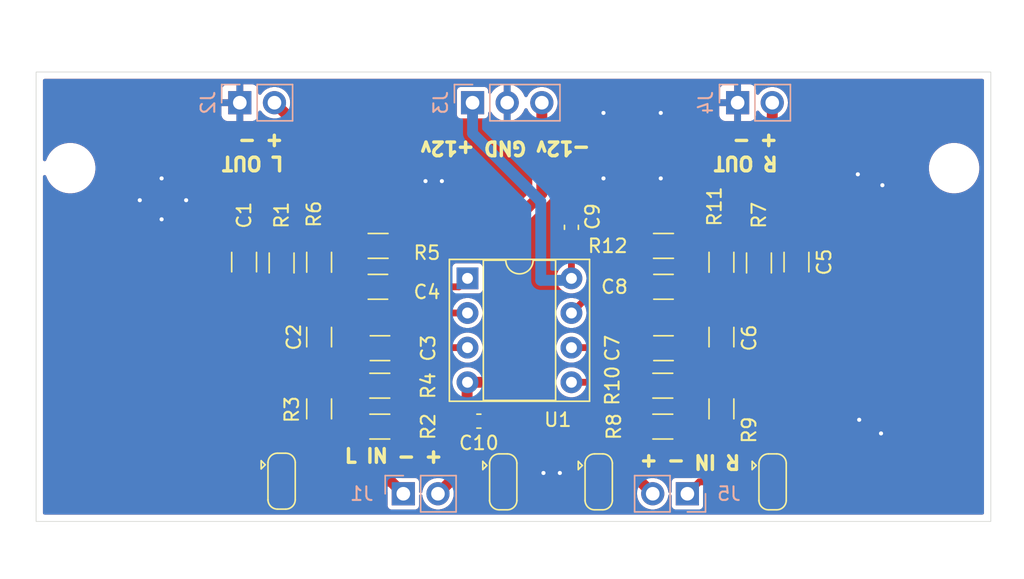
<source format=kicad_pcb>
(kicad_pcb (version 20240108) (generator "pcbnew") (generator_version "8.0")
  (layers (0 "F.Cu" signal) (31 "B.Cu" signal) (34 "B.Paste" user) (35 "F.Paste" user) (36 "B.SilkS" user "B.Silkscreen") (37 "F.SilkS" user "F.Silkscreen") (38 "B.Mask" user) (39 "F.Mask" user) (44 "Edge.Cuts" user))
  (net 0 "")
  (net 1 "GND")
  (net 2 "Net-(C1-Pad1)")
  (net 3 "Net-(C2-Pad1)")
  (net 4 "Net-(U1A-+)")
  (net 5 "/L_OUT")
  (net 6 "Net-(U1A--)")
  (net 7 "Net-(C5-Pad1)")
  (net 8 "Net-(C6-Pad1)")
  (net 9 "/R_OUT")
  (net 10 "Net-(U1B-+)")
  (net 11 "-12V")
  (net 12 "Net-(U1B--)")
  (net 13 "+12V")
  (net 14 "Net-(J1-Pin_2)")
  (net 15 "Net-(J1-Pin_1)")
  (net 16 "Net-(J5-Pin_2)")
  (net 17 "Net-(J5-Pin_1)")
  (net 18 "Net-(JP1-A)")
  (net 19 "Net-(JP2-A)")
  (net 20 "Net-(JP3-A)")
  (net 21 "Net-(JP4-A)")
  (footprint "Resistor_SMD:R_1206_3216Metric_Pad1.30x1.75mm_HandSolder" (layer "F.Cu") (at 163.49 56.355 90)
    (property "Reference" "R7" (at 3.5 0 90) (layer "F.SilkS"))
    (property "Value" "300")
    (fp_line (start -0.727064 -0.91) (end 0.727064 -0.91) (stroke (width 0.12)) (layer "F.SilkS"))
    (fp_line (start -0.727064 0.91) (end 0.727064 0.91) (stroke (width 0.12)) (layer "F.SilkS"))
    (pad "1" smd roundrect (at -1.55 0 90) (size 1.3 1.75) (layers "F.Cu" "F.Paste" "F.Mask") (roundrect_rratio 0.192308) (net 20 "Net-(JP3-A)"))
    (pad "2" smd roundrect (at 1.55 0 90) (size 1.3 1.75) (layers "F.Cu" "F.Paste" "F.Mask") (roundrect_rratio 0.192308) (net 7 "Net-(C5-Pad1)"))
  )
  (footprint "Capacitor_SMD:C_1206_3216Metric_Pad1.33x1.80mm_HandSolder" (layer "F.Cu") (at 160.74 61.7925 90)
    (property "Reference" "C6" (at -0.0625 2.032 90) (layer "F.SilkS"))
    (property "Value" "130n")
    (fp_line (start -0.711252 -0.91) (end 0.711252 -0.91) (stroke (width 0.12)) (layer "F.SilkS"))
    (fp_line (start -0.711252 0.91) (end 0.711252 0.91) (stroke (width 0.12)) (layer "F.SilkS"))
    (pad "1" smd roundrect (at -1.5625 0 90) (size 1.325 1.8) (layers "F.Cu" "F.Paste" "F.Mask") (roundrect_rratio 0.188679) (net 8 "Net-(C6-Pad1)"))
    (pad "2" smd roundrect (at 1.5625 0 90) (size 1.325 1.8) (layers "F.Cu" "F.Paste" "F.Mask") (roundrect_rratio 0.188679) (net 1 "GND"))
  )
  (footprint "Jumper:SolderJumper-3_P1.3mm_Bridged2Bar12_RoundedPad1.0x1.5mm" (layer "F.Cu") (at 164.49 72.405 -90)
    (property "Reference" "JP3" (hide yes))
    (property "Value" "~")
    (fp_poly (pts (xy -0.9 0.2) (xy -0.4 0.2) (xy -0.4 0.6) (xy -0.9 0.6)) (fill solid) (layer "F.Cu"))
    (fp_poly (pts (xy -0.9 -0.6) (xy -0.4 -0.6) (xy -0.4 -0.2) (xy -0.9 -0.2)) (fill solid) (layer "F.Cu"))
    (fp_line (start -1.5 1.5) (end -0.9 1.5) (stroke (width 0.12)) (layer "F.SilkS"))
    (fp_line (start -1.2 1.2) (end -1.5 1.5) (stroke (width 0.12)) (layer "F.SilkS"))
    (fp_line (start -1.2 1.2) (end -0.9 1.5) (stroke (width 0.12)) (layer "F.SilkS"))
    (fp_line (start 1.4 1) (end -1.4 1) (stroke (width 0.12)) (layer "F.SilkS"))
    (fp_line (start -2.05 0.3) (end -2.05 -0.3) (stroke (width 0.12)) (layer "F.SilkS"))
    (fp_line (start 2.05 -0.3) (end 2.05 0.3) (stroke (width 0.12)) (layer "F.SilkS"))
    (fp_line (start -1.4 -1) (end 1.4 -1) (stroke (width 0.12)) (layer "F.SilkS"))
    (fp_arc (start -1.35 1) (mid -1.844975 0.794975) (end -2.05 0.3) (stroke (width 0.12)) (layer "F.SilkS"))
    (fp_arc (start 2.05 0.3) (mid 1.844975 0.794975) (end 1.35 1) (stroke (width 0.12)) (layer "F.SilkS"))
    (fp_arc (start -2.05 -0.3) (mid -1.844975 -0.794975) (end -1.35 -1) (stroke (width 0.12)) (layer "F.SilkS"))
    (fp_arc (start 1.35 -1) (mid 1.844975 -0.794975) (end 2.05 -0.3) (stroke (width 0.12)) (layer "F.SilkS"))
    (pad "1" smd custom (at -1.3 0 270) (size 1 0.5) (layers "F.Cu" "F.Mask") (net 20 "Net-(JP3-A)") (options (clearance outline) (anchor rect)) (primitives (gr_circle (center 0 0.25) (end 0.5 0.25) (width 0) (fill yes)) (gr_circle (center 0 -0.25) (end 0.5 -0.25) (width 0) (fill yes)) (gr_poly (pts (xy 0.55 0.75) (xy 0 0.75) (xy 0 -0.75) (xy 0.55 -0.75)) (width 0) (fill yes))))
    (pad "2" smd rect (at 0 0 270) (size 1 1.5) (layers "F.Cu" "F.Mask") (net 17 "Net-(J5-Pin_1)"))
    (pad "3" smd custom (at 1.3 0 270) (size 1 0.5) (layers "F.Cu" "F.Mask") (options (clearance outline) (anchor rect)) (primitives (gr_circle (center 0 0.25) (end 0.5 0.25) (width 0) (fill yes)) (gr_circle (center 0 -0.25) (end 0.5 -0.25) (width 0) (fill yes)) (gr_poly (pts (xy 0 0.75) (xy -0.55 0.75) (xy -0.55 -0.75) (xy 0 -0.75)) (width 0) (fill yes))))
  )
  (footprint "Jumper:SolderJumper-3_P1.3mm_Bridged2Bar12_RoundedPad1.0x1.5mm" (layer "F.Cu") (at 144.74 72.405 -90)
    (property "Reference" "JP2" (hide yes))
    (property "Value" "~")
    (fp_poly (pts (xy -0.9 0.2) (xy -0.4 0.2) (xy -0.4 0.6) (xy -0.9 0.6)) (fill solid) (layer "F.Cu"))
    (fp_poly (pts (xy -0.9 -0.6) (xy -0.4 -0.6) (xy -0.4 -0.2) (xy -0.9 -0.2)) (fill solid) (layer "F.Cu"))
    (fp_line (start -1.5 1.5) (end -0.9 1.5) (stroke (width 0.12)) (layer "F.SilkS"))
    (fp_line (start -1.2 1.2) (end -1.5 1.5) (stroke (width 0.12)) (layer "F.SilkS"))
    (fp_line (start -1.2 1.2) (end -0.9 1.5) (stroke (width 0.12)) (layer "F.SilkS"))
    (fp_line (start 1.4 1) (end -1.4 1) (stroke (width 0.12)) (layer "F.SilkS"))
    (fp_line (start -2.05 0.3) (end -2.05 -0.3) (stroke (width 0.12)) (layer "F.SilkS"))
    (fp_line (start 2.05 -0.3) (end 2.05 0.3) (stroke (width 0.12)) (layer "F.SilkS"))
    (fp_line (start -1.4 -1) (end 1.4 -1) (stroke (width 0.12)) (layer "F.SilkS"))
    (fp_arc (start -1.35 1) (mid -1.844975 0.794975) (end -2.05 0.3) (stroke (width 0.12)) (layer "F.SilkS"))
    (fp_arc (start 2.05 0.3) (mid 1.844975 0.794975) (end 1.35 1) (stroke (width 0.12)) (layer "F.SilkS"))
    (fp_arc (start -2.05 -0.3) (mid -1.844975 -0.794975) (end -1.35 -1) (stroke (width 0.12)) (layer "F.SilkS"))
    (fp_arc (start 1.35 -1) (mid 1.844975 -0.794975) (end 2.05 -0.3) (stroke (width 0.12)) (layer "F.SilkS"))
    (pad "1" smd custom (at -1.3 0 270) (size 1 0.5) (layers "F.Cu" "F.Mask") (net 19 "Net-(JP2-A)") (options (clearance outline) (anchor rect)) (primitives (gr_circle (center 0 0.25) (end 0.5 0.25) (width 0) (fill yes)) (gr_circle (center 0 -0.25) (end 0.5 -0.25) (width 0) (fill yes)) (gr_poly (pts (xy 0.55 0.75) (xy 0 0.75) (xy 0 -0.75) (xy 0.55 -0.75)) (width 0) (fill yes))))
    (pad "2" smd rect (at 0 0 270) (size 1 1.5) (layers "F.Cu" "F.Mask") (net 14 "Net-(J1-Pin_2)"))
    (pad "3" smd custom (at 1.3 0 270) (size 1 0.5) (layers "F.Cu" "F.Mask") (options (clearance outline) (anchor rect)) (primitives (gr_circle (center 0 0.25) (end 0.5 0.25) (width 0) (fill yes)) (gr_circle (center 0 -0.25) (end 0.5 -0.25) (width 0) (fill yes)) (gr_poly (pts (xy 0 0.75) (xy -0.55 0.75) (xy -0.55 -0.75) (xy 0 -0.75)) (width 0) (fill yes))))
  )
  (footprint "Jumper:SolderJumper-3_P1.3mm_Bridged2Bar12_RoundedPad1.0x1.5mm" (layer "F.Cu") (at 151.74 72.405 -90)
    (property "Reference" "JP4" (hide yes))
    (property "Value" "~")
    (fp_poly (pts (xy -0.9 0.2) (xy -0.4 0.2) (xy -0.4 0.6) (xy -0.9 0.6)) (fill solid) (layer "F.Cu"))
    (fp_poly (pts (xy -0.9 -0.6) (xy -0.4 -0.6) (xy -0.4 -0.2) (xy -0.9 -0.2)) (fill solid) (layer "F.Cu"))
    (fp_line (start -1.5 1.5) (end -0.9 1.5) (stroke (width 0.12)) (layer "F.SilkS"))
    (fp_line (start -1.2 1.2) (end -1.5 1.5) (stroke (width 0.12)) (layer "F.SilkS"))
    (fp_line (start -1.2 1.2) (end -0.9 1.5) (stroke (width 0.12)) (layer "F.SilkS"))
    (fp_line (start 1.4 1) (end -1.4 1) (stroke (width 0.12)) (layer "F.SilkS"))
    (fp_line (start -2.05 0.3) (end -2.05 -0.3) (stroke (width 0.12)) (layer "F.SilkS"))
    (fp_line (start 2.05 -0.3) (end 2.05 0.3) (stroke (width 0.12)) (layer "F.SilkS"))
    (fp_line (start -1.4 -1) (end 1.4 -1) (stroke (width 0.12)) (layer "F.SilkS"))
    (fp_arc (start -1.35 1) (mid -1.844975 0.794975) (end -2.05 0.3) (stroke (width 0.12)) (layer "F.SilkS"))
    (fp_arc (start 2.05 0.3) (mid 1.844975 0.794975) (end 1.35 1) (stroke (width 0.12)) (layer "F.SilkS"))
    (fp_arc (start -2.05 -0.3) (mid -1.844975 -0.794975) (end -1.35 -1) (stroke (width 0.12)) (layer "F.SilkS"))
    (fp_arc (start 1.35 -1) (mid 1.844975 -0.794975) (end 2.05 -0.3) (stroke (width 0.12)) (layer "F.SilkS"))
    (pad "1" smd custom (at -1.3 0 270) (size 1 0.5) (layers "F.Cu" "F.Mask") (net 21 "Net-(JP4-A)") (options (clearance outline) (anchor rect)) (primitives (gr_circle (center 0 0.25) (end 0.5 0.25) (width 0) (fill yes)) (gr_circle (center 0 -0.25) (end 0.5 -0.25) (width 0) (fill yes)) (gr_poly (pts (xy 0.55 0.75) (xy 0 0.75) (xy 0 -0.75) (xy 0.55 -0.75)) (width 0) (fill yes))))
    (pad "2" smd rect (at 0 0 270) (size 1 1.5) (layers "F.Cu" "F.Mask") (net 16 "Net-(J5-Pin_2)"))
    (pad "3" smd custom (at 1.3 0 270) (size 1 0.5) (layers "F.Cu" "F.Mask") (options (clearance outline) (anchor rect)) (primitives (gr_circle (center 0 0.25) (end 0.5 0.25) (width 0) (fill yes)) (gr_circle (center 0 -0.25) (end 0.5 -0.25) (width 0) (fill yes)) (gr_poly (pts (xy 0 0.75) (xy -0.55 0.75) (xy -0.55 -0.75) (xy 0 -0.75)) (width 0) (fill yes))))
  )
  (footprint "MountingHole:MountingHole_3.2mm_M3" (layer "F.Cu") (at 112.99 49.403)
    (property "Reference" "H2" (hide yes))
    (property "Value" "MountingHole")
    (pad "" np_thru_hole circle (at 0 0) (size 3.2 3.2) (drill 3.2) (layers "*.Cu" "*.Mask"))
  )
  (footprint "Package_DIP:DIP-8_W7.62mm_Socket" (layer "F.Cu") (at 142.12 57.485)
    (property "Reference" "U1" (at 6.62 10.37 0) (layer "F.SilkS"))
    (property "Value" "NE5532")
    (fp_line (start -1.33 -1.39) (end -1.33 9.01) (stroke (width 0.12)) (layer "F.SilkS"))
    (fp_line (start -1.33 9.01) (end 8.95 9.01) (stroke (width 0.12)) (layer "F.SilkS"))
    (fp_line (start 1.16 -1.33) (end 1.16 8.95) (stroke (width 0.12)) (layer "F.SilkS"))
    (fp_line (start 1.16 8.95) (end 6.46 8.95) (stroke (width 0.12)) (layer "F.SilkS"))
    (fp_line (start 2.81 -1.33) (end 1.16 -1.33) (stroke (width 0.12)) (layer "F.SilkS"))
    (fp_line (start 6.46 -1.33) (end 4.81 -1.33) (stroke (width 0.12)) (layer "F.SilkS"))
    (fp_line (start 6.46 8.95) (end 6.46 -1.33) (stroke (width 0.12)) (layer "F.SilkS"))
    (fp_line (start 8.95 -1.39) (end -1.33 -1.39) (stroke (width 0.12)) (layer "F.SilkS"))
    (fp_line (start 8.95 9.01) (end 8.95 -1.39) (stroke (width 0.12)) (layer "F.SilkS"))
    (fp_arc (start 4.81 -1.33) (mid 3.81 -0.33) (end 2.81 -1.33) (stroke (width 0.12)) (layer "F.SilkS"))
    (pad "1" thru_hole rect (at 0 0) (size 1.6 1.6) (drill 0.8) (layers "*.Cu" "*.Mask") (net 5 "/L_OUT"))
    (pad "2" thru_hole oval (at 0 2.54) (size 1.6 1.6) (drill 0.8) (layers "*.Cu" "*.Mask") (net 6 "Net-(U1A--)"))
    (pad "3" thru_hole oval (at 0 5.08) (size 1.6 1.6) (drill 0.8) (layers "*.Cu" "*.Mask") (net 4 "Net-(U1A-+)"))
    (pad "4" thru_hole oval (at 0 7.62) (size 1.6 1.6) (drill 0.8) (layers "*.Cu" "*.Mask") (net 11 "-12V"))
    (pad "5" thru_hole oval (at 7.62 7.62) (size 1.6 1.6) (drill 0.8) (layers "*.Cu" "*.Mask") (net 10 "Net-(U1B-+)"))
    (pad "6" thru_hole oval (at 7.62 5.08) (size 1.6 1.6) (drill 0.8) (layers "*.Cu" "*.Mask") (net 12 "Net-(U1B--)"))
    (pad "7" thru_hole oval (at 7.62 2.54) (size 1.6 1.6) (drill 0.8) (layers "*.Cu" "*.Mask") (net 9 "/R_OUT"))
    (pad "8" thru_hole oval (at 7.62 0) (size 1.6 1.6) (drill 0.8) (layers "*.Cu" "*.Mask") (net 13 "+12V"))
  )
  (footprint "Resistor_SMD:R_1206_3216Metric_Pad1.30x1.75mm_HandSolder" (layer "F.Cu") (at 156.44 68.355)
    (property "Reference" "R8" (at -3.582 0 90) (layer "F.SilkS"))
    (property "Value" "100")
    (fp_line (start -0.727064 -0.91) (end 0.727064 -0.91) (stroke (width 0.12)) (layer "F.SilkS"))
    (fp_line (start -0.727064 0.91) (end 0.727064 0.91) (stroke (width 0.12)) (layer "F.SilkS"))
    (pad "1" smd roundrect (at -1.55 0) (size 1.3 1.75) (layers "F.Cu" "F.Paste" "F.Mask") (roundrect_rratio 0.192308) (net 21 "Net-(JP4-A)"))
    (pad "2" smd roundrect (at 1.55 0) (size 1.3 1.75) (layers "F.Cu" "F.Paste" "F.Mask") (roundrect_rratio 0.192308) (net 8 "Net-(C6-Pad1)"))
  )
  (footprint "Capacitor_SMD:C_0603_1608Metric_Pad1.08x0.95mm_HandSolder" (layer "F.Cu") (at 149.74 53.7425 -90)
    (property "Reference" "C9" (at -0.7875 -1.55 90) (layer "F.SilkS"))
    (property "Value" "1n")
    (fp_line (start -0.146267 0.51) (end 0.146267 0.51) (stroke (width 0.12)) (layer "F.SilkS"))
    (fp_line (start -0.146267 -0.51) (end 0.146267 -0.51) (stroke (width 0.12)) (layer "F.SilkS"))
    (pad "1" smd roundrect (at -0.8625 0 270) (size 1.075 0.95) (layers "F.Cu" "F.Paste" "F.Mask") (net 1 "GND"))
    (pad "2" smd roundrect (at 0.8625 0 270) (size 1.075 0.95) (layers "F.Cu" "F.Paste" "F.Mask") (net 13 "+12V"))
  )
  (footprint "Resistor_SMD:R_1206_3216Metric_Pad1.30x1.75mm_HandSolder" (layer "F.Cu") (at 135.69 65.355 180)
    (property "Reference" "R4" (at -3.55 0 90) (layer "F.SilkS"))
    (property "Value" "10")
    (fp_line (start -0.727064 0.91) (end 0.727064 0.91) (stroke (width 0.12)) (layer "F.SilkS"))
    (fp_line (start -0.727064 -0.91) (end 0.727064 -0.91) (stroke (width 0.12)) (layer "F.SilkS"))
    (pad "1" smd roundrect (at -1.55 0 180) (size 1.3 1.75) (layers "F.Cu" "F.Paste" "F.Mask") (roundrect_rratio 0.192308) (net 4 "Net-(U1A-+)"))
    (pad "2" smd roundrect (at 1.55 0 180) (size 1.3 1.75) (layers "F.Cu" "F.Paste" "F.Mask") (roundrect_rratio 0.192308) (net 3 "Net-(C2-Pad1)"))
  )
  (footprint "Capacitor_SMD:C_1206_3216Metric_Pad1.33x1.80mm_HandSolder" (layer "F.Cu") (at 166.24 56.2925 -90)
    (property "Reference" "C5" (at 0 -2.032 90) (layer "F.SilkS"))
    (property "Value" "43n")
    (fp_line (start -0.711252 0.91) (end 0.711252 0.91) (stroke (width 0.12)) (layer "F.SilkS"))
    (fp_line (start -0.711252 -0.91) (end 0.711252 -0.91) (stroke (width 0.12)) (layer "F.SilkS"))
    (pad "1" smd roundrect (at -1.5625 0 270) (size 1.325 1.8) (layers "F.Cu" "F.Paste" "F.Mask") (roundrect_rratio 0.188679) (net 7 "Net-(C5-Pad1)"))
    (pad "2" smd roundrect (at 1.5625 0 270) (size 1.325 1.8) (layers "F.Cu" "F.Paste" "F.Mask") (roundrect_rratio 0.188679) (net 1 "GND"))
  )
  (footprint "Capacitor_SMD:C_0603_1608Metric_Pad1.08x0.95mm_HandSolder" (layer "F.Cu") (at 142.9525 67.955)
    (property "Reference" "C10" (at 0 1.6 0) (layer "F.SilkS"))
    (property "Value" "1n")
    (fp_line (start -0.146267 -0.51) (end 0.146267 -0.51) (stroke (width 0.12)) (layer "F.SilkS"))
    (fp_line (start -0.146267 0.51) (end 0.146267 0.51) (stroke (width 0.12)) (layer "F.SilkS"))
    (pad "1" smd roundrect (at -0.8625 0) (size 1.075 0.95) (layers "F.Cu" "F.Paste" "F.Mask") (net 11 "-12V"))
    (pad "2" smd roundrect (at 0.8625 0) (size 1.075 0.95) (layers "F.Cu" "F.Paste" "F.Mask") (net 1 "GND"))
  )
  (footprint "Resistor_SMD:R_1206_3216Metric_Pad1.30x1.75mm_HandSolder" (layer "F.Cu") (at 160.74 56.305 -90)
    (property "Reference" "R11" (at -4.09 0.508 90) (layer "F.SilkS"))
    (property "Value" "30")
    (fp_line (start -0.727064 0.91) (end 0.727064 0.91) (stroke (width 0.12)) (layer "F.SilkS"))
    (fp_line (start -0.727064 -0.91) (end 0.727064 -0.91) (stroke (width 0.12)) (layer "F.SilkS"))
    (pad "1" smd roundrect (at -1.55 0 270) (size 1.3 1.75) (layers "F.Cu" "F.Paste" "F.Mask") (roundrect_rratio 0.192308) (net 7 "Net-(C5-Pad1)"))
    (pad "2" smd roundrect (at 1.55 0 270) (size 1.3 1.75) (layers "F.Cu" "F.Paste" "F.Mask") (roundrect_rratio 0.192308) (net 12 "Net-(U1B--)"))
  )
  (footprint "Capacitor_SMD:C_1206_3216Metric_Pad1.33x1.80mm_HandSolder" (layer "F.Cu") (at 156.49 62.605)
    (property "Reference" "C7" (at -3.75 0 90) (layer "F.SilkS"))
    (property "Value" "20n")
    (fp_line (start -0.711252 -0.91) (end 0.711252 -0.91) (stroke (width 0.12)) (layer "F.SilkS"))
    (fp_line (start -0.711252 0.91) (end 0.711252 0.91) (stroke (width 0.12)) (layer "F.SilkS"))
    (pad "1" smd roundrect (at -1.5625 0) (size 1.325 1.8) (layers "F.Cu" "F.Paste" "F.Mask") (roundrect_rratio 0.188679) (net 10 "Net-(U1B-+)"))
    (pad "2" smd roundrect (at 1.5625 0) (size 1.325 1.8) (layers "F.Cu" "F.Paste" "F.Mask") (roundrect_rratio 0.188679) (net 1 "GND"))
  )
  (footprint "Resistor_SMD:R_1206_3216Metric_Pad1.30x1.75mm_HandSolder" (layer "F.Cu") (at 128.49 56.355 90)
    (property "Reference" "R1" (at 3.5 0 90) (layer "F.SilkS"))
    (property "Value" "300")
    (fp_line (start -0.727064 -0.91) (end 0.727064 -0.91) (stroke (width 0.12)) (layer "F.SilkS"))
    (fp_line (start -0.727064 0.91) (end 0.727064 0.91) (stroke (width 0.12)) (layer "F.SilkS"))
    (pad "1" smd roundrect (at -1.55 0 90) (size 1.3 1.75) (layers "F.Cu" "F.Paste" "F.Mask") (roundrect_rratio 0.192308) (net 18 "Net-(JP1-A)"))
    (pad "2" smd roundrect (at 1.55 0 90) (size 1.3 1.75) (layers "F.Cu" "F.Paste" "F.Mask") (roundrect_rratio 0.192308) (net 2 "Net-(C1-Pad1)"))
  )
  (footprint "Resistor_SMD:R_1206_3216Metric_Pad1.30x1.75mm_HandSolder" (layer "F.Cu") (at 131.24 56.305 -90)
    (property "Reference" "R6" (at -3.53 0.381 90) (layer "F.SilkS"))
    (property "Value" "30")
    (fp_line (start -0.727064 0.91) (end 0.727064 0.91) (stroke (width 0.12)) (layer "F.SilkS"))
    (fp_line (start -0.727064 -0.91) (end 0.727064 -0.91) (stroke (width 0.12)) (layer "F.SilkS"))
    (pad "1" smd roundrect (at -1.55 0 270) (size 1.3 1.75) (layers "F.Cu" "F.Paste" "F.Mask") (roundrect_rratio 0.192308) (net 2 "Net-(C1-Pad1)"))
    (pad "2" smd roundrect (at 1.55 0 270) (size 1.3 1.75) (layers "F.Cu" "F.Paste" "F.Mask") (roundrect_rratio 0.192308) (net 6 "Net-(U1A--)"))
  )
  (footprint "Resistor_SMD:R_1206_3216Metric_Pad1.30x1.75mm_HandSolder" (layer "F.Cu") (at 135.565 55.105)
    (property "Reference" "R5" (at 3.582 0.508 0) (layer "F.SilkS"))
    (property "Value" "300")
    (fp_line (start -0.727064 -0.91) (end 0.727064 -0.91) (stroke (width 0.12)) (layer "F.SilkS"))
    (fp_line (start -0.727064 0.91) (end 0.727064 0.91) (stroke (width 0.12)) (layer "F.SilkS"))
    (pad "1" smd roundrect (at -1.55 0) (size 1.3 1.75) (layers "F.Cu" "F.Paste" "F.Mask") (roundrect_rratio 0.192308) (net 2 "Net-(C1-Pad1)"))
    (pad "2" smd roundrect (at 1.55 0) (size 1.3 1.75) (layers "F.Cu" "F.Paste" "F.Mask") (roundrect_rratio 0.192308) (net 5 "/L_OUT"))
  )
  (footprint "Capacitor_SMD:C_1206_3216Metric_Pad1.33x1.80mm_HandSolder" (layer "F.Cu") (at 156.49 58.105 180)
    (property "Reference" "C8" (at 3.5945 0 0) (layer "F.SilkS"))
    (property "Value" "6.8n")
    (fp_line (start -0.711252 0.91) (end 0.711252 0.91) (stroke (width 0.12)) (layer "F.SilkS"))
    (fp_line (start -0.711252 -0.91) (end 0.711252 -0.91) (stroke (width 0.12)) (layer "F.SilkS"))
    (pad "1" smd roundrect (at -1.5625 0 180) (size 1.325 1.8) (layers "F.Cu" "F.Paste" "F.Mask") (roundrect_rratio 0.188679) (net 12 "Net-(U1B--)"))
    (pad "2" smd roundrect (at 1.5625 0 180) (size 1.325 1.8) (layers "F.Cu" "F.Paste" "F.Mask") (roundrect_rratio 0.188679) (net 9 "/R_OUT"))
  )
  (footprint "Capacitor_SMD:C_1206_3216Metric_Pad1.33x1.80mm_HandSolder" (layer "F.Cu") (at 135.7025 62.605 180)
    (property "Reference" "C3" (at -3.5375 0 90) (layer "F.SilkS"))
    (property "Value" "20n")
    (fp_line (start -0.711252 0.91) (end 0.711252 0.91) (stroke (width 0.12)) (layer "F.SilkS"))
    (fp_line (start -0.711252 -0.91) (end 0.711252 -0.91) (stroke (width 0.12)) (layer "F.SilkS"))
    (pad "1" smd roundrect (at -1.5625 0 180) (size 1.325 1.8) (layers "F.Cu" "F.Paste" "F.Mask") (roundrect_rratio 0.188679) (net 4 "Net-(U1A-+)"))
    (pad "2" smd roundrect (at 1.5625 0 180) (size 1.325 1.8) (layers "F.Cu" "F.Paste" "F.Mask") (roundrect_rratio 0.188679) (net 1 "GND"))
  )
  (footprint "Jumper:SolderJumper-3_P1.3mm_Bridged2Bar12_RoundedPad1.0x1.5mm" (layer "F.Cu") (at 128.49 72.355 -90)
    (property "Reference" "JP1" (hide yes))
    (property "Value" "~")
    (fp_poly (pts (xy -0.9 0.2) (xy -0.4 0.2) (xy -0.4 0.6) (xy -0.9 0.6)) (fill solid) (layer "F.Cu"))
    (fp_poly (pts (xy -0.9 -0.6) (xy -0.4 -0.6) (xy -0.4 -0.2) (xy -0.9 -0.2)) (fill solid) (layer "F.Cu"))
    (fp_line (start -1.5 1.5) (end -0.9 1.5) (stroke (width 0.12)) (layer "F.SilkS"))
    (fp_line (start -1.2 1.2) (end -1.5 1.5) (stroke (width 0.12)) (layer "F.SilkS"))
    (fp_line (start -1.2 1.2) (end -0.9 1.5) (stroke (width 0.12)) (layer "F.SilkS"))
    (fp_line (start 1.4 1) (end -1.4 1) (stroke (width 0.12)) (layer "F.SilkS"))
    (fp_line (start -2.05 0.3) (end -2.05 -0.3) (stroke (width 0.12)) (layer "F.SilkS"))
    (fp_line (start 2.05 -0.3) (end 2.05 0.3) (stroke (width 0.12)) (layer "F.SilkS"))
    (fp_line (start -1.4 -1) (end 1.4 -1) (stroke (width 0.12)) (layer "F.SilkS"))
    (fp_arc (start -1.35 1) (mid -1.844975 0.794975) (end -2.05 0.3) (stroke (width 0.12)) (layer "F.SilkS"))
    (fp_arc (start 2.05 0.3) (mid 1.844975 0.794975) (end 1.35 1) (stroke (width 0.12)) (layer "F.SilkS"))
    (fp_arc (start -2.05 -0.3) (mid -1.844975 -0.794975) (end -1.35 -1) (stroke (width 0.12)) (layer "F.SilkS"))
    (fp_arc (start 1.35 -1) (mid 1.844975 -0.794975) (end 2.05 -0.3) (stroke (width 0.12)) (layer "F.SilkS"))
    (pad "1" smd custom (at -1.3 0 270) (size 1 0.5) (layers "F.Cu" "F.Mask") (net 18 "Net-(JP1-A)") (options (clearance outline) (anchor rect)) (primitives (gr_circle (center 0 0.25) (end 0.5 0.25) (width 0) (fill yes)) (gr_circle (center 0 -0.25) (end 0.5 -0.25) (width 0) (fill yes)) (gr_poly (pts (xy 0.55 0.75) (xy 0 0.75) (xy 0 -0.75) (xy 0.55 -0.75)) (width 0) (fill yes))))
    (pad "2" smd rect (at 0 0 270) (size 1 1.5) (layers "F.Cu" "F.Mask") (net 15 "Net-(J1-Pin_1)"))
    (pad "3" smd custom (at 1.3 0 270) (size 1 0.5) (layers "F.Cu" "F.Mask") (options (clearance outline) (anchor rect)) (primitives (gr_circle (center 0 0.25) (end 0.5 0.25) (width 0) (fill yes)) (gr_circle (center 0 -0.25) (end 0.5 -0.25) (width 0) (fill yes)) (gr_poly (pts (xy 0 0.75) (xy -0.55 0.75) (xy -0.55 -0.75) (xy 0 -0.75)) (width 0) (fill yes))))
  )
  (footprint "Resistor_SMD:R_1206_3216Metric_Pad1.30x1.75mm_HandSolder" (layer "F.Cu") (at 135.69 68.355 180)
    (property "Reference" "R2" (at -3.55 0 90) (layer "F.SilkS"))
    (property "Value" "100")
    (fp_line (start -0.727064 0.91) (end 0.727064 0.91) (stroke (width 0.12)) (layer "F.SilkS"))
    (fp_line (start -0.727064 -0.91) (end 0.727064 -0.91) (stroke (width 0.12)) (layer "F.SilkS"))
    (pad "1" smd roundrect (at -1.55 0 180) (size 1.3 1.75) (layers "F.Cu" "F.Paste" "F.Mask") (roundrect_rratio 0.192308) (net 19 "Net-(JP2-A)"))
    (pad "2" smd roundrect (at 1.55 0 180) (size 1.3 1.75) (layers "F.Cu" "F.Paste" "F.Mask") (roundrect_rratio 0.192308) (net 3 "Net-(C2-Pad1)"))
  )
  (footprint "Resistor_SMD:R_1206_3216Metric_Pad1.30x1.75mm_HandSolder" (layer "F.Cu") (at 131.24 67.055 90)
    (property "Reference" "R3" (at -0.05 -2 90) (layer "F.SilkS"))
    (property "Value" "100")
    (fp_line (start -0.727064 -0.91) (end 0.727064 -0.91) (stroke (width 0.12)) (layer "F.SilkS"))
    (fp_line (start -0.727064 0.91) (end 0.727064 0.91) (stroke (width 0.12)) (layer "F.SilkS"))
    (pad "1" smd roundrect (at -1.55 0 90) (size 1.3 1.75) (layers "F.Cu" "F.Paste" "F.Mask") (roundrect_rratio 0.192308) (net 1 "GND"))
    (pad "2" smd roundrect (at 1.55 0 90) (size 1.3 1.75) (layers "F.Cu" "F.Paste" "F.Mask") (roundrect_rratio 0.192308) (net 3 "Net-(C2-Pad1)"))
  )
  (footprint "Capacitor_SMD:C_1206_3216Metric_Pad1.33x1.80mm_HandSolder" (layer "F.Cu") (at 135.5525 58.105)
    (property "Reference" "C4" (at 3.5945 0.381 0) (layer "F.SilkS"))
    (property "Value" "6.8n")
    (fp_line (start -0.711252 -0.91) (end 0.711252 -0.91) (stroke (width 0.12)) (layer "F.SilkS"))
    (fp_line (start -0.711252 0.91) (end 0.711252 0.91) (stroke (width 0.12)) (layer "F.SilkS"))
    (pad "1" smd roundrect (at -1.5625 0) (size 1.325 1.8) (layers "F.Cu" "F.Paste" "F.Mask") (roundrect_rratio 0.188679) (net 6 "Net-(U1A--)"))
    (pad "2" smd roundrect (at 1.5625 0) (size 1.325 1.8) (layers "F.Cu" "F.Paste" "F.Mask") (roundrect_rratio 0.188679) (net 5 "/L_OUT"))
  )
  (footprint "MountingHole:MountingHole_3.2mm_M3" (layer "F.Cu") (at 177.8 49.403)
    (property "Reference" "H1" (hide yes))
    (property "Value" "MountingHole")
    (pad "" np_thru_hole circle (at 0 0) (size 3.2 3.2) (drill 3.2) (layers "*.Cu" "*.Mask"))
  )
  (footprint "Capacitor_SMD:C_1206_3216Metric_Pad1.33x1.80mm_HandSolder" (layer "F.Cu") (at 125.74 56.2925 -90)
    (property "Reference" "C1" (at -3.4375 0 90) (layer "F.SilkS"))
    (property "Value" "43n")
    (fp_line (start -0.711252 0.91) (end 0.711252 0.91) (stroke (width 0.12)) (layer "F.SilkS"))
    (fp_line (start -0.711252 -0.91) (end 0.711252 -0.91) (stroke (width 0.12)) (layer "F.SilkS"))
    (pad "1" smd roundrect (at -1.5625 0 270) (size 1.325 1.8) (layers "F.Cu" "F.Paste" "F.Mask") (roundrect_rratio 0.188679) (net 2 "Net-(C1-Pad1)"))
    (pad "2" smd roundrect (at 1.5625 0 270) (size 1.325 1.8) (layers "F.Cu" "F.Paste" "F.Mask") (roundrect_rratio 0.188679) (net 1 "GND"))
  )
  (footprint "Resistor_SMD:R_1206_3216Metric_Pad1.30x1.75mm_HandSolder" (layer "F.Cu") (at 160.74 67.055 90)
    (property "Reference" "R9" (at -1.55 2.032 90) (layer "F.SilkS"))
    (property "Value" "100")
    (fp_line (start -0.727064 -0.91) (end 0.727064 -0.91) (stroke (width 0.12)) (layer "F.SilkS"))
    (fp_line (start -0.727064 0.91) (end 0.727064 0.91) (stroke (width 0.12)) (layer "F.SilkS"))
    (pad "1" smd roundrect (at -1.55 0 90) (size 1.3 1.75) (layers "F.Cu" "F.Paste" "F.Mask") (roundrect_rratio 0.192308) (net 1 "GND"))
    (pad "2" smd roundrect (at 1.55 0 90) (size 1.3 1.75) (layers "F.Cu" "F.Paste" "F.Mask") (roundrect_rratio 0.192308) (net 8 "Net-(C6-Pad1)"))
  )
  (footprint "Resistor_SMD:R_1206_3216Metric_Pad1.30x1.75mm_HandSolder" (layer "F.Cu") (at 156.49 55.105 180)
    (property "Reference" "R12" (at 4.09 0 0) (layer "F.SilkS"))
    (property "Value" "300")
    (fp_line (start -0.727064 0.91) (end 0.727064 0.91) (stroke (width 0.12)) (layer "F.SilkS"))
    (fp_line (start -0.727064 -0.91) (end 0.727064 -0.91) (stroke (width 0.12)) (layer "F.SilkS"))
    (pad "1" smd roundrect (at -1.55 0 180) (size 1.3 1.75) (layers "F.Cu" "F.Paste" "F.Mask") (roundrect_rratio 0.192308) (net 7 "Net-(C5-Pad1)"))
    (pad "2" smd roundrect (at 1.55 0 180) (size 1.3 1.75) (layers "F.Cu" "F.Paste" "F.Mask") (roundrect_rratio 0.192308) (net 9 "/R_OUT"))
  )
  (footprint "Capacitor_SMD:C_1206_3216Metric_Pad1.33x1.80mm_HandSolder" (layer "F.Cu") (at 131.24 61.7925 90)
    (property "Reference" "C2" (at 0 -1.85 90) (layer "F.SilkS"))
    (property "Value" "130n")
    (fp_line (start -0.711252 -0.91) (end 0.711252 -0.91) (stroke (width 0.12)) (layer "F.SilkS"))
    (fp_line (start -0.711252 0.91) (end 0.711252 0.91) (stroke (width 0.12)) (layer "F.SilkS"))
    (pad "1" smd roundrect (at -1.5625 0 90) (size 1.325 1.8) (layers "F.Cu" "F.Paste" "F.Mask") (roundrect_rratio 0.188679) (net 3 "Net-(C2-Pad1)"))
    (pad "2" smd roundrect (at 1.5625 0 90) (size 1.325 1.8) (layers "F.Cu" "F.Paste" "F.Mask") (roundrect_rratio 0.188679) (net 1 "GND"))
  )
  (footprint "Resistor_SMD:R_1206_3216Metric_Pad1.30x1.75mm_HandSolder" (layer "F.Cu") (at 156.44 65.355)
    (property "Reference" "R10" (at -3.7 0 90) (layer "F.SilkS"))
    (property "Value" "10")
    (fp_line (start -0.727064 -0.91) (end 0.727064 -0.91) (stroke (width 0.12)) (layer "F.SilkS"))
    (fp_line (start -0.727064 0.91) (end 0.727064 0.91) (stroke (width 0.12)) (layer "F.SilkS"))
    (pad "1" smd roundrect (at -1.55 0) (size 1.3 1.75) (layers "F.Cu" "F.Paste" "F.Mask") (roundrect_rratio 0.192308) (net 10 "Net-(U1B-+)"))
    (pad "2" smd roundrect (at 1.55 0) (size 1.3 1.75) (layers "F.Cu" "F.Paste" "F.Mask") (roundrect_rratio 0.192308) (net 8 "Net-(C6-Pad1)"))
  )
  (footprint "Connector_PinHeader_2.54mm:PinHeader_1x02_P2.54mm_Vertical" (layer "B.Cu") (at 125.425 44.605 -90)
    (property "Reference" "J2" (at 0 2.33 90) (layer "B.SilkS") (effects (justify mirror)))
    (property "Value" "Conn_01x02_Pin")
    (fp_line (start -1.33 1.33) (end -1.33 0) (stroke (width 0.12)) (layer "B.SilkS"))
    (fp_line (start 0 1.33) (end -1.33 1.33) (stroke (width 0.12)) (layer "B.SilkS"))
    (fp_line (start 1.33 -1.27) (end -1.33 -1.27) (stroke (width 0.12)) (layer "B.SilkS"))
    (fp_line (start -1.33 -3.87) (end -1.33 -1.27) (stroke (width 0.12)) (layer "B.SilkS"))
    (fp_line (start 1.33 -3.87) (end 1.33 -1.27) (stroke (width 0.12)) (layer "B.SilkS"))
    (fp_line (start 1.33 -3.87) (end -1.33 -3.87) (stroke (width 0.12)) (layer "B.SilkS"))
    (pad "1" thru_hole rect (at 0 0 270) (size 1.7 1.7) (drill 1) (layers "*.Cu" "*.Mask") (net 1 "GND"))
    (pad "2" thru_hole oval (at 0 -2.54 270) (size 1.7 1.7) (drill 1) (layers "*.Cu" "*.Mask") (net 5 "/L_OUT"))
  )
  (footprint "Connector_PinHeader_2.54mm:PinHeader_1x03_P2.54mm_Vertical" (layer "B.Cu") (at 142.49 44.605 -90)
    (property "Reference" "J3" (at 0 2.33 90) (layer "B.SilkS") (effects (justify mirror)))
    (property "Value" "Conn_01x03_Socket")
    (fp_line (start -1.33 1.33) (end -1.33 0) (stroke (width 0.12)) (layer "B.SilkS"))
    (fp_line (start 0 1.33) (end -1.33 1.33) (stroke (width 0.12)) (layer "B.SilkS"))
    (fp_line (start 1.33 -1.27) (end -1.33 -1.27) (stroke (width 0.12)) (layer "B.SilkS"))
    (fp_line (start -1.33 -6.41) (end -1.33 -1.27) (stroke (width 0.12)) (layer "B.SilkS"))
    (fp_line (start 1.33 -6.41) (end 1.33 -1.27) (stroke (width 0.12)) (layer "B.SilkS"))
    (fp_line (start 1.33 -6.41) (end -1.33 -6.41) (stroke (width 0.12)) (layer "B.SilkS"))
    (pad "1" thru_hole rect (at 0 0 270) (size 1.7 1.7) (drill 1) (layers "*.Cu" "*.Mask") (net 13 "+12V"))
    (pad "2" thru_hole oval (at 0 -2.54 270) (size 1.7 1.7) (drill 1) (layers "*.Cu" "*.Mask") (net 1 "GND"))
    (pad "3" thru_hole oval (at 0 -5.08 270) (size 1.7 1.7) (drill 1) (layers "*.Cu" "*.Mask") (net 11 "-12V"))
  )
  (footprint "Connector_PinHeader_2.54mm:PinHeader_1x02_P2.54mm_Vertical" (layer "B.Cu") (at 158.242 73.279 90)
    (property "Reference" "J5" (at 0 3.048 0) (layer "B.SilkS") (effects (justify mirror)))
    (property "Value" "Conn_01x02_Pin")
    (fp_line (start 1.33 -3.87) (end -1.33 -3.87) (stroke (width 0.12)) (layer "B.SilkS"))
    (fp_line (start 1.33 -3.87) (end 1.33 -1.27) (stroke (width 0.12)) (layer "B.SilkS"))
    (fp_line (start -1.33 -3.87) (end -1.33 -1.27) (stroke (width 0.12)) (layer "B.SilkS"))
    (fp_line (start 1.33 -1.27) (end -1.33 -1.27) (stroke (width 0.12)) (layer "B.SilkS"))
    (fp_line (start 0 1.33) (end -1.33 1.33) (stroke (width 0.12)) (layer "B.SilkS"))
    (fp_line (start -1.33 1.33) (end -1.33 0) (stroke (width 0.12)) (layer "B.SilkS"))
    (pad "1" thru_hole rect (at 0 0 90) (size 1.7 1.7) (drill 1) (layers "*.Cu" "*.Mask") (net 17 "Net-(J5-Pin_1)"))
    (pad "2" thru_hole oval (at 0 -2.54 90) (size 1.7 1.7) (drill 1) (layers "*.Cu" "*.Mask") (net 16 "Net-(J5-Pin_2)"))
  )
  (footprint "Connector_PinHeader_2.54mm:PinHeader_1x02_P2.54mm_Vertical" (layer "B.Cu") (at 137.414 73.279 -90)
    (property "Reference" "J1" (at 0 3.048 0) (layer "B.SilkS") (effects (justify mirror)))
    (property "Value" "Conn_01x02_Pin")
    (fp_line (start -1.33 1.33) (end -1.33 0) (stroke (width 0.12)) (layer "B.SilkS"))
    (fp_line (start 0 1.33) (end -1.33 1.33) (stroke (width 0.12)) (layer "B.SilkS"))
    (fp_line (start 1.33 -1.27) (end -1.33 -1.27) (stroke (width 0.12)) (layer "B.SilkS"))
    (fp_line (start -1.33 -3.87) (end -1.33 -1.27) (stroke (width 0.12)) (layer "B.SilkS"))
    (fp_line (start 1.33 -3.87) (end 1.33 -1.27) (stroke (width 0.12)) (layer "B.SilkS"))
    (fp_line (start 1.33 -3.87) (end -1.33 -3.87) (stroke (width 0.12)) (layer "B.SilkS"))
    (pad "1" thru_hole rect (at 0 0 270) (size 1.7 1.7) (drill 1) (layers "*.Cu" "*.Mask") (net 15 "Net-(J1-Pin_1)"))
    (pad "2" thru_hole oval (at 0 -2.54 270) (size 1.7 1.7) (drill 1) (layers "*.Cu" "*.Mask") (net 14 "Net-(J1-Pin_2)"))
  )
  (footprint "Connector_PinHeader_2.54mm:PinHeader_1x02_P2.54mm_Vertical" (layer "B.Cu") (at 161.925 44.605 -90)
    (property "Reference" "J4" (at 0 2.33 90) (layer "B.SilkS") (effects (justify mirror)))
    (property "Value" "Conn_01x02_Pin")
    (fp_line (start -1.33 1.33) (end -1.33 0) (stroke (width 0.12)) (layer "B.SilkS"))
    (fp_line (start 0 1.33) (end -1.33 1.33) (stroke (width 0.12)) (layer "B.SilkS"))
    (fp_line (start 1.33 -1.27) (end -1.33 -1.27) (stroke (width 0.12)) (layer "B.SilkS"))
    (fp_line (start -1.33 -3.87) (end -1.33 -1.27) (stroke (width 0.12)) (layer "B.SilkS"))
    (fp_line (start 1.33 -3.87) (end 1.33 -1.27) (stroke (width 0.12)) (layer "B.SilkS"))
    (fp_line (start 1.33 -3.87) (end -1.33 -3.87) (stroke (width 0.12)) (layer "B.SilkS"))
    (pad "1" thru_hole rect (at 0 0 270) (size 1.7 1.7) (drill 1) (layers "*.Cu" "*.Mask") (net 1 "GND"))
    (pad "2" thru_hole oval (at 0 -2.54 270) (size 1.7 1.7) (drill 1) (layers "*.Cu" "*.Mask") (net 9 "/R_OUT"))
  )
  (gr_rect (start 110.49 42.355) (end 180.49 75.311) (stroke (width 0.05)) (fill none) (layer "Edge.Cuts"))
  (gr_text "External LPF\nAK4497EQ datasheet\nby ljufa - 2025" (at 118.618 72.771 90) (layer "F.Cu") (effects (font (size 1.2 1.2) (thickness 0.3) (bold yes)) (justify left bottom)))
  (gr_text "-12v GND +12v" (at 151.24 47.355 180) (layer "F.SilkS") (effects (font (size 1 1) (thickness 0.3) (bold yes)) (justify left bottom)))
  (gr_text "R IN - +" (at 162.24 70.355 180) (layer "F.SilkS") (effects (font (size 1 1) (thickness 0.25) (bold yes)) (justify left bottom)))
  (gr_text "L OUT\n+ -" (at 128.74 46.855 180) (layer "F.SilkS") (effects (font (size 1 1) (thickness 0.3) (bold yes)) (justify left bottom)))
  (gr_text "R OUT\n+ -" (at 164.99 46.855 180) (layer "F.SilkS") (effects (font (size 1 1) (thickness 0.3) (bold yes)) (justify left bottom)))
  (gr_text "L IN - +" (at 132.99 71.105 0) (layer "F.SilkS") (effects (font (size 1 1) (thickness 0.25) (bold yes)) (justify left bottom)))
  (via (at 147.69 71.755) (size 0.6) (drill 0.3) (layers "F.Cu" "B.Cu") (net 1))
  (via (at 170.74 49.855) (size 0.6) (drill 0.3) (layers "F.Cu" "B.Cu") (net 1))
  (via (at 139.04 50.355) (size 0.6) (drill 0.3) (layers "F.Cu" "B.Cu") (net 1))
  (via (at 172.54 50.655) (size 0.6) (drill 0.3) (layers "F.Cu" "B.Cu") (net 1))
  (via (at 170.84 67.855) (size 0.6) (drill 0.3) (layers "F.Cu" "B.Cu") (net 1))
  (via (at 118.09 51.755) (size 0.6) (drill 0.3) (layers "F.Cu" "B.Cu") (net 1))
  (via (at 119.69 50.155) (size 0.6) (drill 0.3) (layers "F.Cu" "B.Cu") (net 1))
  (via (at 140.24 50.355) (size 0.6) (drill 0.3) (layers "F.Cu" "B.Cu") (net 1))
  (via (at 148.89 71.755) (size 0.6) (drill 0.3) (layers "F.Cu" "B.Cu") (net 1))
  (via (at 152.09 45.355) (size 0.6) (drill 0.3) (layers "F.Cu" "B.Cu") (net 1))
  (via (at 152.09 50.155) (size 0.6) (drill 0.3) (layers "F.Cu" "B.Cu") (net 1))
  (via (at 172.44 68.855) (size 0.6) (drill 0.3) (layers "F.Cu" "B.Cu") (net 1))
  (via (at 119.69 53.155) (size 0.6) (drill 0.3) (layers "F.Cu" "B.Cu") (net 1))
  (via (at 156.29 45.355) (size 0.6) (drill 0.3) (layers "F.Cu" "B.Cu") (net 1))
  (via (at 156.29 50.155) (size 0.6) (drill 0.3) (layers "F.Cu" "B.Cu") (net 1))
  (via (at 121.49 51.755) (size 0.6) (drill 0.3) (layers "F.Cu" "B.Cu") (net 1))
  (segment (start 145.03 44.295) (end 145.03 44.095) (width 0.8) (layer "B.Cu") (net 1))
  (segment (start 134.015 54.605) (end 131.59 54.605) (width 0.5) (layer "F.Cu") (net 2))
  (segment (start 128.54 54.755) (end 128.49 54.805) (width 0.5) (layer "F.Cu") (net 2))
  (segment (start 125.815 54.805) (end 125.74 54.73) (width 0.5) (layer "F.Cu") (net 2))
  (segment (start 131.59 55.105) (end 131.24 54.755) (width 0.5) (layer "F.Cu") (net 2))
  (segment (start 128.49 54.605) (end 125.815 54.605) (width 0.5) (layer "F.Cu") (net 2))
  (segment (start 131.24 54.605) (end 128.54 54.605) (width 0.5) (layer "F.Cu") (net 2))
  (segment (start 134.14 65.355) (end 134.14 68.355) (width 0.5) (layer "F.Cu") (net 3))
  (segment (start 131.24 65.505) (end 133.99 65.505) (width 0.5) (layer "F.Cu") (net 3))
  (segment (start 133.99 65.505) (end 134.14 65.355) (width 0.5) (layer "F.Cu") (net 3))
  (segment (start 131.24 65.505) (end 131.24 63.355) (width 0.5) (layer "F.Cu") (net 3))
  (segment (start 137.305 62.565) (end 137.265 62.605) (width 0.5) (layer "F.Cu") (net 4))
  (segment (start 137.24 62.63) (end 137.265 62.605) (width 0.5) (layer "F.Cu") (net 4))
  (segment (start 137.24 65.355) (end 137.24 62.63) (width 0.5) (layer "F.Cu") (net 4))
  (segment (start 142.12 62.565) (end 137.305 62.565) (width 0.5) (layer "F.Cu") (net 4))
  (segment (start 137.115 58.105) (end 137.115 55.105) (width 0.5) (layer "F.Cu") (net 5))
  (segment (start 137.115 58.105) (end 141.5 58.105) (width 0.5) (layer "F.Cu") (net 5))
  (segment (start 127.965 44.605) (end 137.115 53.755) (width 0.8) (layer "F.Cu") (net 5))
  (segment (start 137.115 53.755) (end 137.115 55.105) (width 0.8) (layer "F.Cu") (net 5))
  (segment (start 141.5 58.105) (end 142.12 57.485) (width 0.5) (layer "F.Cu") (net 5))
  (segment (start 133.74 57.855) (end 133.99 58.105) (width 0.5) (layer "F.Cu") (net 6))
  (segment (start 131.24 57.855) (end 133.74 57.855) (width 0.5) (layer "F.Cu") (net 6))
  (segment (start 142.12 60.025) (end 134.16 60.025) (width 0.5) (layer "F.Cu") (net 6))
  (segment (start 133.99 59.855) (end 133.99 58.105) (width 0.5) (layer "F.Cu") (net 6))
  (segment (start 134.16 60.025) (end 133.99 59.855) (width 0.5) (layer "F.Cu") (net 6))
  (segment (start 157.915 54.605) (end 165.74 54.605) (width 0.5) (layer "F.Cu") (net 7))
  (segment (start 165.865 55.105) (end 166.24 54.73) (width 0.5) (layer "F.Cu") (net 7))
  (segment (start 160.59 65.355) (end 160.74 65.505) (width 0.5) (layer "F.Cu") (net 8))
  (segment (start 160.74 65.505) (end 160.74 63.355) (width 0.5) (layer "F.Cu") (net 8))
  (segment (start 157.99 65.355) (end 160.59 65.355) (width 0.5) (layer "F.Cu") (net 8))
  (segment (start 157.99 68.355) (end 157.99 65.355) (width 0.5) (layer "F.Cu") (net 8))
  (segment (start 154.94 52.905) (end 154.94 55.105) (width 0.8) (layer "F.Cu") (net 9))
  (segment (start 154.94 58.0925) (end 154.9275 58.105) (width 0.5) (layer "F.Cu") (net 9))
  (segment (start 155.24 52.605) (end 154.94 52.905) (width 0.8) (layer "F.Cu") (net 9))
  (segment (start 154.9275 58.105) (end 151.66 58.105) (width 0.5) (layer "F.Cu") (net 9))
  (segment (start 151.66 58.105) (end 149.74 60.025) (width 0.5) (layer "F.Cu") (net 9))
  (segment (start 164.465 44.605) (end 164.465 45.807081) (width 0.8) (layer "F.Cu") (net 9))
  (segment (start 157.667081 52.605) (end 155.24 52.605) (width 0.8) (layer "F.Cu") (net 9))
  (segment (start 154.94 55.105) (end 154.94 58.0925) (width 0.5) (layer "F.Cu") (net 9))
  (segment (start 164.465 45.807081) (end 157.667081 52.605) (width 0.8) (layer "F.Cu") (net 9))
  (segment (start 154.9275 65.3175) (end 154.89 65.355) (width 0.5) (layer "F.Cu") (net 10))
  (segment (start 153.99 65.355) (end 153.74 65.105) (width 0.5) (layer "F.Cu") (net 10))
  (segment (start 154.9275 62.605) (end 154.9275 65.3175) (width 0.5) (layer "F.Cu") (net 10))
  (segment (start 154.89 65.355) (end 153.99 65.355) (width 0.5) (layer "F.Cu") (net 10))
  (segment (start 153.74 65.105) (end 149.74 65.105) (width 0.5) (layer "F.Cu") (net 10))
  (segment (start 142.09 65.135) (end 142.12 65.105) (width 0.8) (layer "F.Cu") (net 11))
  (segment (start 144.49 65.105) (end 142.12 65.105) (width 0.8) (layer "F.Cu") (net 11))
  (segment (start 147.57 51.275) (end 144.49 54.355) (width 0.8) (layer "F.Cu") (net 11))
  (segment (start 142.09 67.955) (end 142.09 65.135) (width 0.8) (layer "F.Cu") (net 11))
  (segment (start 147.57 44.605) (end 147.57 51.275) (width 0.8) (layer "F.Cu") (net 11))
  (segment (start 144.49 54.355) (end 144.49 65.105) (width 0.8) (layer "F.Cu") (net 11))
  (segment (start 153.24 61.851878) (end 153.24 60.355) (width 0.5) (layer "F.Cu") (net 12))
  (segment (start 158.0525 59.7925) (end 158.0525 58.105) (width 0.5) (layer "F.Cu") (net 12))
  (segment (start 153.24 60.355) (end 157.49 60.355) (width 0.5) (layer "F.Cu") (net 12))
  (segment (start 160.49 58.105) (end 160.74 57.855) (width 0.5) (layer "F.Cu") (net 12))
  (segment (start 152.526878 62.565) (end 153.24 61.851878) (width 0.5) (layer "F.Cu") (net 12))
  (segment (start 149.74 62.565) (end 152.526878 62.565) (width 0.5) (layer "F.Cu") (net 12))
  (segment (start 158.0525 58.105) (end 160.49 58.105) (width 0.5) (layer "F.Cu") (net 12))
  (segment (start 157.49 60.355) (end 158.0525 59.7925) (width 0.5) (layer "F.Cu") (net 12))
  (segment (start 149.74 57.485) (end 149.74 54.605) (width 0.5) (layer "F.Cu") (net 13))
  (segment (start 149.595 57.63) (end 149.74 57.485) (width 0.5) (layer "B.Cu") (net 13))
  (segment (start 147.49 51.855) (end 142.49 46.855) (width 0.8) (layer "B.Cu") (net 13))
  (segment (start 142.49 46.855) (end 142.49 44.605) (width 0.8) (layer "B.Cu") (net 13))
  (segment (start 147.49 57.63) (end 149.595 57.63) (width 0.8) (layer "B.Cu") (net 13))
  (segment (start 147.49 57.63) (end 147.49 51.855) (width 0.8) (layer "B.Cu") (net 13))
  (segment (start 139.954 73.279) (end 140.828 72.405) (width 0.8) (layer "F.Cu") (net 14))
  (segment (start 140.828 72.405) (end 144.74 72.405) (width 0.8) (layer "F.Cu") (net 14))
  (segment (start 136.49 72.355) (end 128.49 72.355) (width 0.8) (layer "F.Cu") (net 15))
  (segment (start 137.414 73.279) (end 136.49 72.355) (width 0.8) (layer "F.Cu") (net 15))
  (segment (start 155.702 73.279) (end 155.328 72.905) (width 0.5) (layer "F.Cu") (net 16))
  (segment (start 151.74 72.405) (end 154.828 72.405) (width 0.8) (layer "F.Cu") (net 16))
  (segment (start 154.828 72.405) (end 155.702 73.279) (width 0.8) (layer "F.Cu") (net 16))
  (segment (start 159.116 72.405) (end 164.49 72.405) (width 0.5) (layer "F.Cu") (net 17))
  (segment (start 158.242 73.279) (end 159.116 72.405) (width 0.5) (layer "F.Cu") (net 17))
  (segment (start 128.49 57.905) (end 128.49 71.055) (width 0.8) (layer "F.Cu") (net 18))
  (segment (start 139.09 68.355) (end 137.24 68.355) (width 0.8) (layer "F.Cu") (net 19))
  (segment (start 141.84 71.105) (end 139.09 68.355) (width 0.8) (layer "F.Cu") (net 19))
  (segment (start 144.74 71.105) (end 141.84 71.105) (width 0.8) (layer "F.Cu") (net 19))
  (segment (start 164.49 71.105) (end 163.49 70.105) (width 0.8) (layer "F.Cu") (net 20))
  (segment (start 163.49 70.105) (end 163.49 57.905) (width 0.8) (layer "F.Cu") (net 20))
  (segment (start 154.89 68.355) (end 154.89 68.455) (width 0.5) (layer "F.Cu") (net 21))
  (segment (start 151.74 71.105) (end 152.14 71.105) (width 0.8) (layer "F.Cu") (net 21))
  (segment (start 152.14 71.105) (end 154.89 68.355) (width 0.8) (layer "F.Cu") (net 21))
  (zone (net 1) (net_name "GND") (layers "F&B.Cu") (connect_pads (clearance 0.3)) (min_thickness 0.25) (fill yes (thermal_gap 0.5) (thermal_bridge_width 0.5) (smoothing chamfer))
    (polygon (pts (xy 110.49 42.355) (xy 180.49 42.355) (xy 180.49 75.355) (xy 110.49 75.311)))
  )
)
</source>
